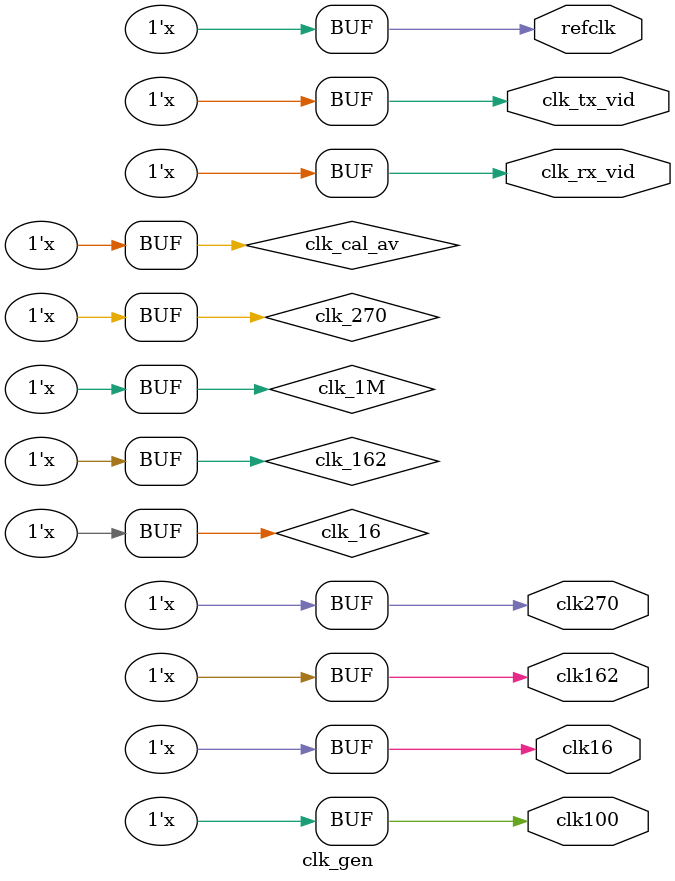
<source format=v>



// synthesis translate_off
`timescale 1ns / 1ps
// synthesis translate_on
`default_nettype none

module clk_gen
	(
	clk270,
	clk162,
	clk16,
	clk100,
	refclk,
	clk_tx_vid,
	clk_rx_vid
	);

output	clk270,
	clk162,
	clk16,
	clk100,
	refclk,
	clk_tx_vid,
	clk_rx_vid;

/***************************
 * Generate external clocks*
 ***************************/
localparam clk_1M_CLOCK_PERIOD = 0.01;
localparam clk_1M_HALF_CLOCK_PERIOD = 1000.000000/clk_1M_CLOCK_PERIOD/2;
reg clk_1M;
initial
  clk_1M = 0;
always
  #clk_1M_HALF_CLOCK_PERIOD clk_1M <= ~clk_1M;

localparam clk_270_CLOCK_PERIOD = 270;
localparam clk_270_HALF_CLOCK_PERIOD = 1000.000000/clk_270_CLOCK_PERIOD/2;
reg clk_270;
initial
  clk_270 = 0;
always
  #clk_270_HALF_CLOCK_PERIOD clk_270 <= ~clk_270;

localparam clk_162_CLOCK_PERIOD = 162;
localparam clk_162_HALF_CLOCK_PERIOD = 1000.000000/clk_162_CLOCK_PERIOD/2;
reg clk_162;
initial
  clk_162 = 0;
always
  #clk_162_HALF_CLOCK_PERIOD clk_162 <= ~clk_162;

localparam clk_16_CLOCK_PERIOD = 16;
localparam clk_16_HALF_CLOCK_PERIOD = 1000.000000/clk_16_CLOCK_PERIOD/2;
reg clk_16;
initial
  clk_16 = 0;
always
  #clk_16_HALF_CLOCK_PERIOD clk_16 <= ~clk_16;

localparam clk_cal_av_CLOCK_PERIOD = 100; // Mhz
localparam clk_cal_av_HALF_CLOCK_PERIOD = 1000.000000/clk_cal_av_CLOCK_PERIOD/2;
reg clk_cal_av;
initial
  clk_cal_av = 0;
always
  #clk_cal_av_HALF_CLOCK_PERIOD clk_cal_av <= ~clk_cal_av;

localparam clk_tx_vid_CLOCK_PERIOD = 60; // Mhz
localparam clk_tx_vid_HALF_CLOCK_PERIOD = 1000.000000/clk_tx_vid_CLOCK_PERIOD/2;
reg clk_tx_vid;
initial
  clk_tx_vid = 0;
always
  #clk_tx_vid_HALF_CLOCK_PERIOD clk_tx_vid <= ~clk_tx_vid;

localparam clk_rx_vid_CLOCK_PERIOD = 60; // Mhz
localparam clk_rx_vid_HALF_CLOCK_PERIOD = 1000.000000/clk_rx_vid_CLOCK_PERIOD/2;
reg clk_rx_vid;
initial
  clk_rx_vid = 0;
always
  #clk_rx_vid_HALF_CLOCK_PERIOD clk_rx_vid <= ~clk_rx_vid;

wire clk100=clk_cal_av;
wire clk270=clk_270;
wire clk162=clk_162;
wire clk16=clk_16;
wire refclk=clk_1M;

endmodule

`default_nettype wire

</source>
